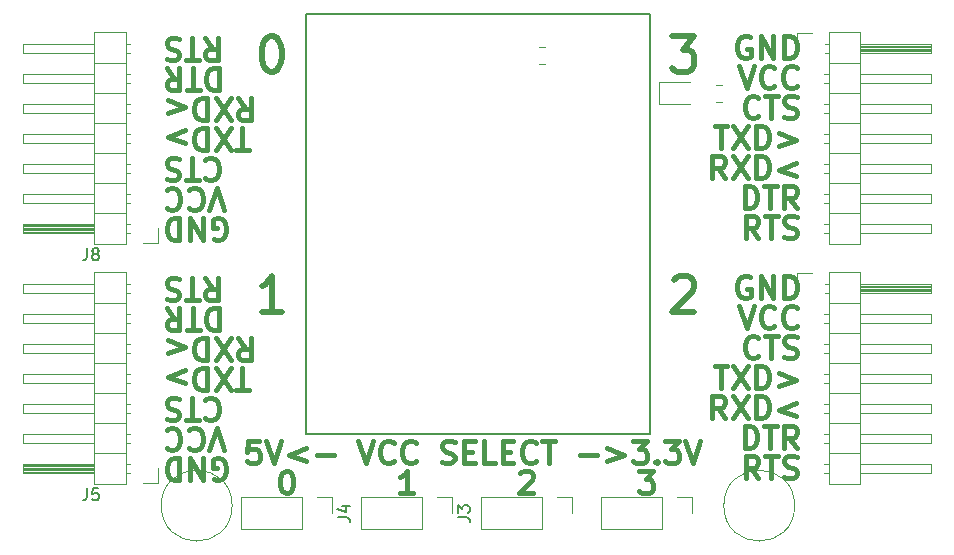
<source format=gbr>
G04 #@! TF.GenerationSoftware,KiCad,Pcbnew,5.1.12-84ad8e8a86~92~ubuntu20.04.1*
G04 #@! TF.CreationDate,2021-12-19T18:17:29-08:00*
G04 #@! TF.ProjectId,ft4232h-breakout,66743432-3332-4682-9d62-7265616b6f75,Jun2021b*
G04 #@! TF.SameCoordinates,Original*
G04 #@! TF.FileFunction,Legend,Top*
G04 #@! TF.FilePolarity,Positive*
%FSLAX46Y46*%
G04 Gerber Fmt 4.6, Leading zero omitted, Abs format (unit mm)*
G04 Created by KiCad (PCBNEW 5.1.12-84ad8e8a86~92~ubuntu20.04.1) date 2021-12-19 18:17:29*
%MOMM*%
%LPD*%
G01*
G04 APERTURE LIST*
%ADD10C,0.400000*%
%ADD11C,0.500000*%
%ADD12C,0.120000*%
%ADD13C,0.200000*%
%ADD14C,0.150000*%
G04 APERTURE END LIST*
D10*
X78080238Y-107090476D02*
X78080238Y-108990476D01*
X77627857Y-108990476D01*
X77356428Y-108900000D01*
X77175476Y-108719047D01*
X77085000Y-108538095D01*
X76994523Y-108176190D01*
X76994523Y-107904761D01*
X77085000Y-107542857D01*
X77175476Y-107361904D01*
X77356428Y-107180952D01*
X77627857Y-107090476D01*
X78080238Y-107090476D01*
X76451666Y-108990476D02*
X75365952Y-108990476D01*
X75908809Y-107090476D02*
X75908809Y-108990476D01*
X73646904Y-107090476D02*
X74280238Y-107995238D01*
X74732619Y-107090476D02*
X74732619Y-108990476D01*
X74008809Y-108990476D01*
X73827857Y-108900000D01*
X73737380Y-108809523D01*
X73646904Y-108628571D01*
X73646904Y-108357142D01*
X73737380Y-108176190D01*
X73827857Y-108085714D01*
X74008809Y-107995238D01*
X74732619Y-107995238D01*
X80613571Y-114070476D02*
X79527857Y-114070476D01*
X80070714Y-112170476D02*
X80070714Y-114070476D01*
X79075476Y-114070476D02*
X77808809Y-112170476D01*
X77808809Y-114070476D02*
X79075476Y-112170476D01*
X77085000Y-112170476D02*
X77085000Y-114070476D01*
X76632619Y-114070476D01*
X76361190Y-113980000D01*
X76180238Y-113799047D01*
X76089761Y-113618095D01*
X75999285Y-113256190D01*
X75999285Y-112984761D01*
X76089761Y-112622857D01*
X76180238Y-112441904D01*
X76361190Y-112260952D01*
X76632619Y-112170476D01*
X77085000Y-112170476D01*
X75185000Y-113437142D02*
X73737380Y-112894285D01*
X75185000Y-112351428D01*
X76904047Y-104550476D02*
X77537380Y-105455238D01*
X77989761Y-104550476D02*
X77989761Y-106450476D01*
X77265952Y-106450476D01*
X77085000Y-106360000D01*
X76994523Y-106269523D01*
X76904047Y-106088571D01*
X76904047Y-105817142D01*
X76994523Y-105636190D01*
X77085000Y-105545714D01*
X77265952Y-105455238D01*
X77989761Y-105455238D01*
X76361190Y-106450476D02*
X75275476Y-106450476D01*
X75818333Y-104550476D02*
X75818333Y-106450476D01*
X74732619Y-104640952D02*
X74461190Y-104550476D01*
X74008809Y-104550476D01*
X73827857Y-104640952D01*
X73737380Y-104731428D01*
X73646904Y-104912380D01*
X73646904Y-105093333D01*
X73737380Y-105274285D01*
X73827857Y-105364761D01*
X74008809Y-105455238D01*
X74370714Y-105545714D01*
X74551666Y-105636190D01*
X74642142Y-105726666D01*
X74732619Y-105907619D01*
X74732619Y-106088571D01*
X74642142Y-106269523D01*
X74551666Y-106360000D01*
X74370714Y-106450476D01*
X73918333Y-106450476D01*
X73646904Y-106360000D01*
X76904047Y-114891428D02*
X76994523Y-114800952D01*
X77265952Y-114710476D01*
X77446904Y-114710476D01*
X77718333Y-114800952D01*
X77899285Y-114981904D01*
X77989761Y-115162857D01*
X78080238Y-115524761D01*
X78080238Y-115796190D01*
X77989761Y-116158095D01*
X77899285Y-116339047D01*
X77718333Y-116520000D01*
X77446904Y-116610476D01*
X77265952Y-116610476D01*
X76994523Y-116520000D01*
X76904047Y-116429523D01*
X76361190Y-116610476D02*
X75275476Y-116610476D01*
X75818333Y-114710476D02*
X75818333Y-116610476D01*
X74732619Y-114800952D02*
X74461190Y-114710476D01*
X74008809Y-114710476D01*
X73827857Y-114800952D01*
X73737380Y-114891428D01*
X73646904Y-115072380D01*
X73646904Y-115253333D01*
X73737380Y-115434285D01*
X73827857Y-115524761D01*
X74008809Y-115615238D01*
X74370714Y-115705714D01*
X74551666Y-115796190D01*
X74642142Y-115886666D01*
X74732619Y-116067619D01*
X74732619Y-116248571D01*
X74642142Y-116429523D01*
X74551666Y-116520000D01*
X74370714Y-116610476D01*
X73918333Y-116610476D01*
X73646904Y-116520000D01*
X79708809Y-109630476D02*
X80342142Y-110535238D01*
X80794523Y-109630476D02*
X80794523Y-111530476D01*
X80070714Y-111530476D01*
X79889761Y-111440000D01*
X79799285Y-111349523D01*
X79708809Y-111168571D01*
X79708809Y-110897142D01*
X79799285Y-110716190D01*
X79889761Y-110625714D01*
X80070714Y-110535238D01*
X80794523Y-110535238D01*
X79075476Y-111530476D02*
X77808809Y-109630476D01*
X77808809Y-111530476D02*
X79075476Y-109630476D01*
X77085000Y-109630476D02*
X77085000Y-111530476D01*
X76632619Y-111530476D01*
X76361190Y-111440000D01*
X76180238Y-111259047D01*
X76089761Y-111078095D01*
X75999285Y-110716190D01*
X75999285Y-110444761D01*
X76089761Y-110082857D01*
X76180238Y-109901904D01*
X76361190Y-109720952D01*
X76632619Y-109630476D01*
X77085000Y-109630476D01*
X73737380Y-110897142D02*
X75185000Y-110354285D01*
X73737380Y-109811428D01*
X78532619Y-119150476D02*
X77899285Y-117250476D01*
X77265952Y-119150476D01*
X75546904Y-117431428D02*
X75637380Y-117340952D01*
X75908809Y-117250476D01*
X76089761Y-117250476D01*
X76361190Y-117340952D01*
X76542142Y-117521904D01*
X76632619Y-117702857D01*
X76723095Y-118064761D01*
X76723095Y-118336190D01*
X76632619Y-118698095D01*
X76542142Y-118879047D01*
X76361190Y-119060000D01*
X76089761Y-119150476D01*
X75908809Y-119150476D01*
X75637380Y-119060000D01*
X75546904Y-118969523D01*
X73646904Y-117431428D02*
X73737380Y-117340952D01*
X74008809Y-117250476D01*
X74189761Y-117250476D01*
X74461190Y-117340952D01*
X74642142Y-117521904D01*
X74732619Y-117702857D01*
X74823095Y-118064761D01*
X74823095Y-118336190D01*
X74732619Y-118698095D01*
X74642142Y-118879047D01*
X74461190Y-119060000D01*
X74189761Y-119150476D01*
X74008809Y-119150476D01*
X73737380Y-119060000D01*
X73646904Y-118969523D01*
X77627857Y-121600000D02*
X77808809Y-121690476D01*
X78080238Y-121690476D01*
X78351666Y-121600000D01*
X78532619Y-121419047D01*
X78623095Y-121238095D01*
X78713571Y-120876190D01*
X78713571Y-120604761D01*
X78623095Y-120242857D01*
X78532619Y-120061904D01*
X78351666Y-119880952D01*
X78080238Y-119790476D01*
X77899285Y-119790476D01*
X77627857Y-119880952D01*
X77537380Y-119971428D01*
X77537380Y-120604761D01*
X77899285Y-120604761D01*
X76723095Y-119790476D02*
X76723095Y-121690476D01*
X75637380Y-119790476D01*
X75637380Y-121690476D01*
X74732619Y-119790476D02*
X74732619Y-121690476D01*
X74280238Y-121690476D01*
X74008809Y-121600000D01*
X73827857Y-121419047D01*
X73737380Y-121238095D01*
X73646904Y-120876190D01*
X73646904Y-120604761D01*
X73737380Y-120242857D01*
X73827857Y-120061904D01*
X74008809Y-119880952D01*
X74280238Y-119790476D01*
X74732619Y-119790476D01*
X76904047Y-94571428D02*
X76994523Y-94480952D01*
X77265952Y-94390476D01*
X77446904Y-94390476D01*
X77718333Y-94480952D01*
X77899285Y-94661904D01*
X77989761Y-94842857D01*
X78080238Y-95204761D01*
X78080238Y-95476190D01*
X77989761Y-95838095D01*
X77899285Y-96019047D01*
X77718333Y-96200000D01*
X77446904Y-96290476D01*
X77265952Y-96290476D01*
X76994523Y-96200000D01*
X76904047Y-96109523D01*
X76361190Y-96290476D02*
X75275476Y-96290476D01*
X75818333Y-94390476D02*
X75818333Y-96290476D01*
X74732619Y-94480952D02*
X74461190Y-94390476D01*
X74008809Y-94390476D01*
X73827857Y-94480952D01*
X73737380Y-94571428D01*
X73646904Y-94752380D01*
X73646904Y-94933333D01*
X73737380Y-95114285D01*
X73827857Y-95204761D01*
X74008809Y-95295238D01*
X74370714Y-95385714D01*
X74551666Y-95476190D01*
X74642142Y-95566666D01*
X74732619Y-95747619D01*
X74732619Y-95928571D01*
X74642142Y-96109523D01*
X74551666Y-96200000D01*
X74370714Y-96290476D01*
X73918333Y-96290476D01*
X73646904Y-96200000D01*
X80613571Y-93750476D02*
X79527857Y-93750476D01*
X80070714Y-91850476D02*
X80070714Y-93750476D01*
X79075476Y-93750476D02*
X77808809Y-91850476D01*
X77808809Y-93750476D02*
X79075476Y-91850476D01*
X77085000Y-91850476D02*
X77085000Y-93750476D01*
X76632619Y-93750476D01*
X76361190Y-93660000D01*
X76180238Y-93479047D01*
X76089761Y-93298095D01*
X75999285Y-92936190D01*
X75999285Y-92664761D01*
X76089761Y-92302857D01*
X76180238Y-92121904D01*
X76361190Y-91940952D01*
X76632619Y-91850476D01*
X77085000Y-91850476D01*
X75185000Y-93117142D02*
X73737380Y-92574285D01*
X75185000Y-92031428D01*
X79708809Y-89310476D02*
X80342142Y-90215238D01*
X80794523Y-89310476D02*
X80794523Y-91210476D01*
X80070714Y-91210476D01*
X79889761Y-91120000D01*
X79799285Y-91029523D01*
X79708809Y-90848571D01*
X79708809Y-90577142D01*
X79799285Y-90396190D01*
X79889761Y-90305714D01*
X80070714Y-90215238D01*
X80794523Y-90215238D01*
X79075476Y-91210476D02*
X77808809Y-89310476D01*
X77808809Y-91210476D02*
X79075476Y-89310476D01*
X77085000Y-89310476D02*
X77085000Y-91210476D01*
X76632619Y-91210476D01*
X76361190Y-91120000D01*
X76180238Y-90939047D01*
X76089761Y-90758095D01*
X75999285Y-90396190D01*
X75999285Y-90124761D01*
X76089761Y-89762857D01*
X76180238Y-89581904D01*
X76361190Y-89400952D01*
X76632619Y-89310476D01*
X77085000Y-89310476D01*
X73737380Y-90577142D02*
X75185000Y-90034285D01*
X73737380Y-89491428D01*
X78080238Y-86770476D02*
X78080238Y-88670476D01*
X77627857Y-88670476D01*
X77356428Y-88580000D01*
X77175476Y-88399047D01*
X77085000Y-88218095D01*
X76994523Y-87856190D01*
X76994523Y-87584761D01*
X77085000Y-87222857D01*
X77175476Y-87041904D01*
X77356428Y-86860952D01*
X77627857Y-86770476D01*
X78080238Y-86770476D01*
X76451666Y-88670476D02*
X75365952Y-88670476D01*
X75908809Y-86770476D02*
X75908809Y-88670476D01*
X73646904Y-86770476D02*
X74280238Y-87675238D01*
X74732619Y-86770476D02*
X74732619Y-88670476D01*
X74008809Y-88670476D01*
X73827857Y-88580000D01*
X73737380Y-88489523D01*
X73646904Y-88308571D01*
X73646904Y-88037142D01*
X73737380Y-87856190D01*
X73827857Y-87765714D01*
X74008809Y-87675238D01*
X74732619Y-87675238D01*
X76904047Y-84230476D02*
X77537380Y-85135238D01*
X77989761Y-84230476D02*
X77989761Y-86130476D01*
X77265952Y-86130476D01*
X77085000Y-86040000D01*
X76994523Y-85949523D01*
X76904047Y-85768571D01*
X76904047Y-85497142D01*
X76994523Y-85316190D01*
X77085000Y-85225714D01*
X77265952Y-85135238D01*
X77989761Y-85135238D01*
X76361190Y-86130476D02*
X75275476Y-86130476D01*
X75818333Y-84230476D02*
X75818333Y-86130476D01*
X74732619Y-84320952D02*
X74461190Y-84230476D01*
X74008809Y-84230476D01*
X73827857Y-84320952D01*
X73737380Y-84411428D01*
X73646904Y-84592380D01*
X73646904Y-84773333D01*
X73737380Y-84954285D01*
X73827857Y-85044761D01*
X74008809Y-85135238D01*
X74370714Y-85225714D01*
X74551666Y-85316190D01*
X74642142Y-85406666D01*
X74732619Y-85587619D01*
X74732619Y-85768571D01*
X74642142Y-85949523D01*
X74551666Y-86040000D01*
X74370714Y-86130476D01*
X73918333Y-86130476D01*
X73646904Y-86040000D01*
X78532619Y-98830476D02*
X77899285Y-96930476D01*
X77265952Y-98830476D01*
X75546904Y-97111428D02*
X75637380Y-97020952D01*
X75908809Y-96930476D01*
X76089761Y-96930476D01*
X76361190Y-97020952D01*
X76542142Y-97201904D01*
X76632619Y-97382857D01*
X76723095Y-97744761D01*
X76723095Y-98016190D01*
X76632619Y-98378095D01*
X76542142Y-98559047D01*
X76361190Y-98740000D01*
X76089761Y-98830476D01*
X75908809Y-98830476D01*
X75637380Y-98740000D01*
X75546904Y-98649523D01*
X73646904Y-97111428D02*
X73737380Y-97020952D01*
X74008809Y-96930476D01*
X74189761Y-96930476D01*
X74461190Y-97020952D01*
X74642142Y-97201904D01*
X74732619Y-97382857D01*
X74823095Y-97744761D01*
X74823095Y-98016190D01*
X74732619Y-98378095D01*
X74642142Y-98559047D01*
X74461190Y-98740000D01*
X74189761Y-98830476D01*
X74008809Y-98830476D01*
X73737380Y-98740000D01*
X73646904Y-98649523D01*
X77627857Y-101280000D02*
X77808809Y-101370476D01*
X78080238Y-101370476D01*
X78351666Y-101280000D01*
X78532619Y-101099047D01*
X78623095Y-100918095D01*
X78713571Y-100556190D01*
X78713571Y-100284761D01*
X78623095Y-99922857D01*
X78532619Y-99741904D01*
X78351666Y-99560952D01*
X78080238Y-99470476D01*
X77899285Y-99470476D01*
X77627857Y-99560952D01*
X77537380Y-99651428D01*
X77537380Y-100284761D01*
X77899285Y-100284761D01*
X76723095Y-99470476D02*
X76723095Y-101370476D01*
X75637380Y-99470476D01*
X75637380Y-101370476D01*
X74732619Y-99470476D02*
X74732619Y-101370476D01*
X74280238Y-101370476D01*
X74008809Y-101280000D01*
X73827857Y-101099047D01*
X73737380Y-100918095D01*
X73646904Y-100556190D01*
X73646904Y-100284761D01*
X73737380Y-99922857D01*
X73827857Y-99741904D01*
X74008809Y-99560952D01*
X74280238Y-99470476D01*
X74732619Y-99470476D01*
X81472761Y-118339523D02*
X80568000Y-118339523D01*
X80477523Y-119244285D01*
X80568000Y-119153809D01*
X80748952Y-119063333D01*
X81201333Y-119063333D01*
X81382285Y-119153809D01*
X81472761Y-119244285D01*
X81563238Y-119425238D01*
X81563238Y-119877619D01*
X81472761Y-120058571D01*
X81382285Y-120149047D01*
X81201333Y-120239523D01*
X80748952Y-120239523D01*
X80568000Y-120149047D01*
X80477523Y-120058571D01*
X82106095Y-118339523D02*
X82739428Y-120239523D01*
X83372761Y-118339523D01*
X85453714Y-118972857D02*
X84006095Y-119515714D01*
X85453714Y-120058571D01*
X86358476Y-119515714D02*
X87806095Y-119515714D01*
X89887047Y-118339523D02*
X90520380Y-120239523D01*
X91153714Y-118339523D01*
X92872761Y-120058571D02*
X92782285Y-120149047D01*
X92510857Y-120239523D01*
X92329904Y-120239523D01*
X92058476Y-120149047D01*
X91877523Y-119968095D01*
X91787047Y-119787142D01*
X91696571Y-119425238D01*
X91696571Y-119153809D01*
X91787047Y-118791904D01*
X91877523Y-118610952D01*
X92058476Y-118430000D01*
X92329904Y-118339523D01*
X92510857Y-118339523D01*
X92782285Y-118430000D01*
X92872761Y-118520476D01*
X94772761Y-120058571D02*
X94682285Y-120149047D01*
X94410857Y-120239523D01*
X94229904Y-120239523D01*
X93958476Y-120149047D01*
X93777523Y-119968095D01*
X93687047Y-119787142D01*
X93596571Y-119425238D01*
X93596571Y-119153809D01*
X93687047Y-118791904D01*
X93777523Y-118610952D01*
X93958476Y-118430000D01*
X94229904Y-118339523D01*
X94410857Y-118339523D01*
X94682285Y-118430000D01*
X94772761Y-118520476D01*
X96944190Y-120149047D02*
X97215619Y-120239523D01*
X97668000Y-120239523D01*
X97848952Y-120149047D01*
X97939428Y-120058571D01*
X98029904Y-119877619D01*
X98029904Y-119696666D01*
X97939428Y-119515714D01*
X97848952Y-119425238D01*
X97668000Y-119334761D01*
X97306095Y-119244285D01*
X97125142Y-119153809D01*
X97034666Y-119063333D01*
X96944190Y-118882380D01*
X96944190Y-118701428D01*
X97034666Y-118520476D01*
X97125142Y-118430000D01*
X97306095Y-118339523D01*
X97758476Y-118339523D01*
X98029904Y-118430000D01*
X98844190Y-119244285D02*
X99477523Y-119244285D01*
X99748952Y-120239523D02*
X98844190Y-120239523D01*
X98844190Y-118339523D01*
X99748952Y-118339523D01*
X101468000Y-120239523D02*
X100563238Y-120239523D01*
X100563238Y-118339523D01*
X102101333Y-119244285D02*
X102734666Y-119244285D01*
X103006095Y-120239523D02*
X102101333Y-120239523D01*
X102101333Y-118339523D01*
X103006095Y-118339523D01*
X104906095Y-120058571D02*
X104815619Y-120149047D01*
X104544190Y-120239523D01*
X104363238Y-120239523D01*
X104091809Y-120149047D01*
X103910857Y-119968095D01*
X103820380Y-119787142D01*
X103729904Y-119425238D01*
X103729904Y-119153809D01*
X103820380Y-118791904D01*
X103910857Y-118610952D01*
X104091809Y-118430000D01*
X104363238Y-118339523D01*
X104544190Y-118339523D01*
X104815619Y-118430000D01*
X104906095Y-118520476D01*
X105448952Y-118339523D02*
X106534666Y-118339523D01*
X105991809Y-120239523D02*
X105991809Y-118339523D01*
X108615619Y-119515714D02*
X110063238Y-119515714D01*
X110968000Y-118972857D02*
X112415619Y-119515714D01*
X110968000Y-120058571D01*
X113139428Y-118339523D02*
X114315619Y-118339523D01*
X113682285Y-119063333D01*
X113953714Y-119063333D01*
X114134666Y-119153809D01*
X114225142Y-119244285D01*
X114315619Y-119425238D01*
X114315619Y-119877619D01*
X114225142Y-120058571D01*
X114134666Y-120149047D01*
X113953714Y-120239523D01*
X113410857Y-120239523D01*
X113229904Y-120149047D01*
X113139428Y-120058571D01*
X115129904Y-120058571D02*
X115220380Y-120149047D01*
X115129904Y-120239523D01*
X115039428Y-120149047D01*
X115129904Y-120058571D01*
X115129904Y-120239523D01*
X115853714Y-118339523D02*
X117029904Y-118339523D01*
X116396571Y-119063333D01*
X116668000Y-119063333D01*
X116848952Y-119153809D01*
X116939428Y-119244285D01*
X117029904Y-119425238D01*
X117029904Y-119877619D01*
X116939428Y-120058571D01*
X116848952Y-120149047D01*
X116668000Y-120239523D01*
X116125142Y-120239523D01*
X115944190Y-120149047D01*
X115853714Y-120058571D01*
X117572761Y-118339523D02*
X118206095Y-120239523D01*
X118839428Y-118339523D01*
D11*
X82407142Y-84082142D02*
X82692857Y-84082142D01*
X82978571Y-84225000D01*
X83121428Y-84367857D01*
X83264285Y-84653571D01*
X83407142Y-85225000D01*
X83407142Y-85939285D01*
X83264285Y-86510714D01*
X83121428Y-86796428D01*
X82978571Y-86939285D01*
X82692857Y-87082142D01*
X82407142Y-87082142D01*
X82121428Y-86939285D01*
X81978571Y-86796428D01*
X81835714Y-86510714D01*
X81692857Y-85939285D01*
X81692857Y-85225000D01*
X81835714Y-84653571D01*
X81978571Y-84367857D01*
X82121428Y-84225000D01*
X82407142Y-84082142D01*
X83407142Y-107402142D02*
X81692857Y-107402142D01*
X82550000Y-107402142D02*
X82550000Y-104402142D01*
X82264285Y-104830714D01*
X81978571Y-105116428D01*
X81692857Y-105259285D01*
X116617857Y-104687857D02*
X116760714Y-104545000D01*
X117046428Y-104402142D01*
X117760714Y-104402142D01*
X118046428Y-104545000D01*
X118189285Y-104687857D01*
X118332142Y-104973571D01*
X118332142Y-105259285D01*
X118189285Y-105687857D01*
X116475000Y-107402142D01*
X118332142Y-107402142D01*
X116475000Y-84082142D02*
X118332142Y-84082142D01*
X117332142Y-85225000D01*
X117760714Y-85225000D01*
X118046428Y-85367857D01*
X118189285Y-85510714D01*
X118332142Y-85796428D01*
X118332142Y-86510714D01*
X118189285Y-86796428D01*
X118046428Y-86939285D01*
X117760714Y-87082142D01*
X116903571Y-87082142D01*
X116617857Y-86939285D01*
X116475000Y-86796428D01*
D10*
X113666666Y-120879523D02*
X114842857Y-120879523D01*
X114209523Y-121603333D01*
X114480952Y-121603333D01*
X114661904Y-121693809D01*
X114752380Y-121784285D01*
X114842857Y-121965238D01*
X114842857Y-122417619D01*
X114752380Y-122598571D01*
X114661904Y-122689047D01*
X114480952Y-122779523D01*
X113938095Y-122779523D01*
X113757142Y-122689047D01*
X113666666Y-122598571D01*
X103597142Y-121060476D02*
X103687619Y-120970000D01*
X103868571Y-120879523D01*
X104320952Y-120879523D01*
X104501904Y-120970000D01*
X104592380Y-121060476D01*
X104682857Y-121241428D01*
X104682857Y-121422380D01*
X104592380Y-121693809D01*
X103506666Y-122779523D01*
X104682857Y-122779523D01*
X94522857Y-122779523D02*
X93437142Y-122779523D01*
X93980000Y-122779523D02*
X93980000Y-120879523D01*
X93799047Y-121150952D01*
X93618095Y-121331904D01*
X93437142Y-121422380D01*
X83729523Y-120879523D02*
X83910476Y-120879523D01*
X84091428Y-120970000D01*
X84181904Y-121060476D01*
X84272380Y-121241428D01*
X84362857Y-121603333D01*
X84362857Y-122055714D01*
X84272380Y-122417619D01*
X84181904Y-122598571D01*
X84091428Y-122689047D01*
X83910476Y-122779523D01*
X83729523Y-122779523D01*
X83548571Y-122689047D01*
X83458095Y-122598571D01*
X83367619Y-122417619D01*
X83277142Y-122055714D01*
X83277142Y-121603333D01*
X83367619Y-121241428D01*
X83458095Y-121060476D01*
X83548571Y-120970000D01*
X83729523Y-120879523D01*
X122127380Y-106909523D02*
X122760714Y-108809523D01*
X123394047Y-106909523D01*
X125113095Y-108628571D02*
X125022619Y-108719047D01*
X124751190Y-108809523D01*
X124570238Y-108809523D01*
X124298809Y-108719047D01*
X124117857Y-108538095D01*
X124027380Y-108357142D01*
X123936904Y-107995238D01*
X123936904Y-107723809D01*
X124027380Y-107361904D01*
X124117857Y-107180952D01*
X124298809Y-107000000D01*
X124570238Y-106909523D01*
X124751190Y-106909523D01*
X125022619Y-107000000D01*
X125113095Y-107090476D01*
X127013095Y-108628571D02*
X126922619Y-108719047D01*
X126651190Y-108809523D01*
X126470238Y-108809523D01*
X126198809Y-108719047D01*
X126017857Y-108538095D01*
X125927380Y-108357142D01*
X125836904Y-107995238D01*
X125836904Y-107723809D01*
X125927380Y-107361904D01*
X126017857Y-107180952D01*
X126198809Y-107000000D01*
X126470238Y-106909523D01*
X126651190Y-106909523D01*
X126922619Y-107000000D01*
X127013095Y-107090476D01*
X123755952Y-121509523D02*
X123122619Y-120604761D01*
X122670238Y-121509523D02*
X122670238Y-119609523D01*
X123394047Y-119609523D01*
X123575000Y-119700000D01*
X123665476Y-119790476D01*
X123755952Y-119971428D01*
X123755952Y-120242857D01*
X123665476Y-120423809D01*
X123575000Y-120514285D01*
X123394047Y-120604761D01*
X122670238Y-120604761D01*
X124298809Y-119609523D02*
X125384523Y-119609523D01*
X124841666Y-121509523D02*
X124841666Y-119609523D01*
X125927380Y-121419047D02*
X126198809Y-121509523D01*
X126651190Y-121509523D01*
X126832142Y-121419047D01*
X126922619Y-121328571D01*
X127013095Y-121147619D01*
X127013095Y-120966666D01*
X126922619Y-120785714D01*
X126832142Y-120695238D01*
X126651190Y-120604761D01*
X126289285Y-120514285D01*
X126108333Y-120423809D01*
X126017857Y-120333333D01*
X125927380Y-120152380D01*
X125927380Y-119971428D01*
X126017857Y-119790476D01*
X126108333Y-119700000D01*
X126289285Y-119609523D01*
X126741666Y-119609523D01*
X127013095Y-119700000D01*
X120951190Y-116429523D02*
X120317857Y-115524761D01*
X119865476Y-116429523D02*
X119865476Y-114529523D01*
X120589285Y-114529523D01*
X120770238Y-114620000D01*
X120860714Y-114710476D01*
X120951190Y-114891428D01*
X120951190Y-115162857D01*
X120860714Y-115343809D01*
X120770238Y-115434285D01*
X120589285Y-115524761D01*
X119865476Y-115524761D01*
X121584523Y-114529523D02*
X122851190Y-116429523D01*
X122851190Y-114529523D02*
X121584523Y-116429523D01*
X123575000Y-116429523D02*
X123575000Y-114529523D01*
X124027380Y-114529523D01*
X124298809Y-114620000D01*
X124479761Y-114800952D01*
X124570238Y-114981904D01*
X124660714Y-115343809D01*
X124660714Y-115615238D01*
X124570238Y-115977142D01*
X124479761Y-116158095D01*
X124298809Y-116339047D01*
X124027380Y-116429523D01*
X123575000Y-116429523D01*
X126922619Y-115162857D02*
X125475000Y-115705714D01*
X126922619Y-116248571D01*
X123755952Y-111168571D02*
X123665476Y-111259047D01*
X123394047Y-111349523D01*
X123213095Y-111349523D01*
X122941666Y-111259047D01*
X122760714Y-111078095D01*
X122670238Y-110897142D01*
X122579761Y-110535238D01*
X122579761Y-110263809D01*
X122670238Y-109901904D01*
X122760714Y-109720952D01*
X122941666Y-109540000D01*
X123213095Y-109449523D01*
X123394047Y-109449523D01*
X123665476Y-109540000D01*
X123755952Y-109630476D01*
X124298809Y-109449523D02*
X125384523Y-109449523D01*
X124841666Y-111349523D02*
X124841666Y-109449523D01*
X125927380Y-111259047D02*
X126198809Y-111349523D01*
X126651190Y-111349523D01*
X126832142Y-111259047D01*
X126922619Y-111168571D01*
X127013095Y-110987619D01*
X127013095Y-110806666D01*
X126922619Y-110625714D01*
X126832142Y-110535238D01*
X126651190Y-110444761D01*
X126289285Y-110354285D01*
X126108333Y-110263809D01*
X126017857Y-110173333D01*
X125927380Y-109992380D01*
X125927380Y-109811428D01*
X126017857Y-109630476D01*
X126108333Y-109540000D01*
X126289285Y-109449523D01*
X126741666Y-109449523D01*
X127013095Y-109540000D01*
X123032142Y-104460000D02*
X122851190Y-104369523D01*
X122579761Y-104369523D01*
X122308333Y-104460000D01*
X122127380Y-104640952D01*
X122036904Y-104821904D01*
X121946428Y-105183809D01*
X121946428Y-105455238D01*
X122036904Y-105817142D01*
X122127380Y-105998095D01*
X122308333Y-106179047D01*
X122579761Y-106269523D01*
X122760714Y-106269523D01*
X123032142Y-106179047D01*
X123122619Y-106088571D01*
X123122619Y-105455238D01*
X122760714Y-105455238D01*
X123936904Y-106269523D02*
X123936904Y-104369523D01*
X125022619Y-106269523D01*
X125022619Y-104369523D01*
X125927380Y-106269523D02*
X125927380Y-104369523D01*
X126379761Y-104369523D01*
X126651190Y-104460000D01*
X126832142Y-104640952D01*
X126922619Y-104821904D01*
X127013095Y-105183809D01*
X127013095Y-105455238D01*
X126922619Y-105817142D01*
X126832142Y-105998095D01*
X126651190Y-106179047D01*
X126379761Y-106269523D01*
X125927380Y-106269523D01*
X120046428Y-111989523D02*
X121132142Y-111989523D01*
X120589285Y-113889523D02*
X120589285Y-111989523D01*
X121584523Y-111989523D02*
X122851190Y-113889523D01*
X122851190Y-111989523D02*
X121584523Y-113889523D01*
X123575000Y-113889523D02*
X123575000Y-111989523D01*
X124027380Y-111989523D01*
X124298809Y-112080000D01*
X124479761Y-112260952D01*
X124570238Y-112441904D01*
X124660714Y-112803809D01*
X124660714Y-113075238D01*
X124570238Y-113437142D01*
X124479761Y-113618095D01*
X124298809Y-113799047D01*
X124027380Y-113889523D01*
X123575000Y-113889523D01*
X125475000Y-112622857D02*
X126922619Y-113165714D01*
X125475000Y-113708571D01*
X122579761Y-118969523D02*
X122579761Y-117069523D01*
X123032142Y-117069523D01*
X123303571Y-117160000D01*
X123484523Y-117340952D01*
X123575000Y-117521904D01*
X123665476Y-117883809D01*
X123665476Y-118155238D01*
X123575000Y-118517142D01*
X123484523Y-118698095D01*
X123303571Y-118879047D01*
X123032142Y-118969523D01*
X122579761Y-118969523D01*
X124208333Y-117069523D02*
X125294047Y-117069523D01*
X124751190Y-118969523D02*
X124751190Y-117069523D01*
X127013095Y-118969523D02*
X126379761Y-118064761D01*
X125927380Y-118969523D02*
X125927380Y-117069523D01*
X126651190Y-117069523D01*
X126832142Y-117160000D01*
X126922619Y-117250476D01*
X127013095Y-117431428D01*
X127013095Y-117702857D01*
X126922619Y-117883809D01*
X126832142Y-117974285D01*
X126651190Y-118064761D01*
X125927380Y-118064761D01*
X123032142Y-84140000D02*
X122851190Y-84049523D01*
X122579761Y-84049523D01*
X122308333Y-84140000D01*
X122127380Y-84320952D01*
X122036904Y-84501904D01*
X121946428Y-84863809D01*
X121946428Y-85135238D01*
X122036904Y-85497142D01*
X122127380Y-85678095D01*
X122308333Y-85859047D01*
X122579761Y-85949523D01*
X122760714Y-85949523D01*
X123032142Y-85859047D01*
X123122619Y-85768571D01*
X123122619Y-85135238D01*
X122760714Y-85135238D01*
X123936904Y-85949523D02*
X123936904Y-84049523D01*
X125022619Y-85949523D01*
X125022619Y-84049523D01*
X125927380Y-85949523D02*
X125927380Y-84049523D01*
X126379761Y-84049523D01*
X126651190Y-84140000D01*
X126832142Y-84320952D01*
X126922619Y-84501904D01*
X127013095Y-84863809D01*
X127013095Y-85135238D01*
X126922619Y-85497142D01*
X126832142Y-85678095D01*
X126651190Y-85859047D01*
X126379761Y-85949523D01*
X125927380Y-85949523D01*
X122127380Y-86589523D02*
X122760714Y-88489523D01*
X123394047Y-86589523D01*
X125113095Y-88308571D02*
X125022619Y-88399047D01*
X124751190Y-88489523D01*
X124570238Y-88489523D01*
X124298809Y-88399047D01*
X124117857Y-88218095D01*
X124027380Y-88037142D01*
X123936904Y-87675238D01*
X123936904Y-87403809D01*
X124027380Y-87041904D01*
X124117857Y-86860952D01*
X124298809Y-86680000D01*
X124570238Y-86589523D01*
X124751190Y-86589523D01*
X125022619Y-86680000D01*
X125113095Y-86770476D01*
X127013095Y-88308571D02*
X126922619Y-88399047D01*
X126651190Y-88489523D01*
X126470238Y-88489523D01*
X126198809Y-88399047D01*
X126017857Y-88218095D01*
X125927380Y-88037142D01*
X125836904Y-87675238D01*
X125836904Y-87403809D01*
X125927380Y-87041904D01*
X126017857Y-86860952D01*
X126198809Y-86680000D01*
X126470238Y-86589523D01*
X126651190Y-86589523D01*
X126922619Y-86680000D01*
X127013095Y-86770476D01*
X123755952Y-101189523D02*
X123122619Y-100284761D01*
X122670238Y-101189523D02*
X122670238Y-99289523D01*
X123394047Y-99289523D01*
X123575000Y-99380000D01*
X123665476Y-99470476D01*
X123755952Y-99651428D01*
X123755952Y-99922857D01*
X123665476Y-100103809D01*
X123575000Y-100194285D01*
X123394047Y-100284761D01*
X122670238Y-100284761D01*
X124298809Y-99289523D02*
X125384523Y-99289523D01*
X124841666Y-101189523D02*
X124841666Y-99289523D01*
X125927380Y-101099047D02*
X126198809Y-101189523D01*
X126651190Y-101189523D01*
X126832142Y-101099047D01*
X126922619Y-101008571D01*
X127013095Y-100827619D01*
X127013095Y-100646666D01*
X126922619Y-100465714D01*
X126832142Y-100375238D01*
X126651190Y-100284761D01*
X126289285Y-100194285D01*
X126108333Y-100103809D01*
X126017857Y-100013333D01*
X125927380Y-99832380D01*
X125927380Y-99651428D01*
X126017857Y-99470476D01*
X126108333Y-99380000D01*
X126289285Y-99289523D01*
X126741666Y-99289523D01*
X127013095Y-99380000D01*
X122579761Y-98649523D02*
X122579761Y-96749523D01*
X123032142Y-96749523D01*
X123303571Y-96840000D01*
X123484523Y-97020952D01*
X123575000Y-97201904D01*
X123665476Y-97563809D01*
X123665476Y-97835238D01*
X123575000Y-98197142D01*
X123484523Y-98378095D01*
X123303571Y-98559047D01*
X123032142Y-98649523D01*
X122579761Y-98649523D01*
X124208333Y-96749523D02*
X125294047Y-96749523D01*
X124751190Y-98649523D02*
X124751190Y-96749523D01*
X127013095Y-98649523D02*
X126379761Y-97744761D01*
X125927380Y-98649523D02*
X125927380Y-96749523D01*
X126651190Y-96749523D01*
X126832142Y-96840000D01*
X126922619Y-96930476D01*
X127013095Y-97111428D01*
X127013095Y-97382857D01*
X126922619Y-97563809D01*
X126832142Y-97654285D01*
X126651190Y-97744761D01*
X125927380Y-97744761D01*
X120951190Y-96109523D02*
X120317857Y-95204761D01*
X119865476Y-96109523D02*
X119865476Y-94209523D01*
X120589285Y-94209523D01*
X120770238Y-94300000D01*
X120860714Y-94390476D01*
X120951190Y-94571428D01*
X120951190Y-94842857D01*
X120860714Y-95023809D01*
X120770238Y-95114285D01*
X120589285Y-95204761D01*
X119865476Y-95204761D01*
X121584523Y-94209523D02*
X122851190Y-96109523D01*
X122851190Y-94209523D02*
X121584523Y-96109523D01*
X123575000Y-96109523D02*
X123575000Y-94209523D01*
X124027380Y-94209523D01*
X124298809Y-94300000D01*
X124479761Y-94480952D01*
X124570238Y-94661904D01*
X124660714Y-95023809D01*
X124660714Y-95295238D01*
X124570238Y-95657142D01*
X124479761Y-95838095D01*
X124298809Y-96019047D01*
X124027380Y-96109523D01*
X123575000Y-96109523D01*
X126922619Y-94842857D02*
X125475000Y-95385714D01*
X126922619Y-95928571D01*
X120046428Y-91669523D02*
X121132142Y-91669523D01*
X120589285Y-93569523D02*
X120589285Y-91669523D01*
X121584523Y-91669523D02*
X122851190Y-93569523D01*
X122851190Y-91669523D02*
X121584523Y-93569523D01*
X123575000Y-93569523D02*
X123575000Y-91669523D01*
X124027380Y-91669523D01*
X124298809Y-91760000D01*
X124479761Y-91940952D01*
X124570238Y-92121904D01*
X124660714Y-92483809D01*
X124660714Y-92755238D01*
X124570238Y-93117142D01*
X124479761Y-93298095D01*
X124298809Y-93479047D01*
X124027380Y-93569523D01*
X123575000Y-93569523D01*
X125475000Y-92302857D02*
X126922619Y-92845714D01*
X125475000Y-93388571D01*
X123755952Y-90848571D02*
X123665476Y-90939047D01*
X123394047Y-91029523D01*
X123213095Y-91029523D01*
X122941666Y-90939047D01*
X122760714Y-90758095D01*
X122670238Y-90577142D01*
X122579761Y-90215238D01*
X122579761Y-89943809D01*
X122670238Y-89581904D01*
X122760714Y-89400952D01*
X122941666Y-89220000D01*
X123213095Y-89129523D01*
X123394047Y-89129523D01*
X123665476Y-89220000D01*
X123755952Y-89310476D01*
X124298809Y-89129523D02*
X125384523Y-89129523D01*
X124841666Y-91029523D02*
X124841666Y-89129523D01*
X125927380Y-90939047D02*
X126198809Y-91029523D01*
X126651190Y-91029523D01*
X126832142Y-90939047D01*
X126922619Y-90848571D01*
X127013095Y-90667619D01*
X127013095Y-90486666D01*
X126922619Y-90305714D01*
X126832142Y-90215238D01*
X126651190Y-90124761D01*
X126289285Y-90034285D01*
X126108333Y-89943809D01*
X126017857Y-89853333D01*
X125927380Y-89672380D01*
X125927380Y-89491428D01*
X126017857Y-89310476D01*
X126108333Y-89220000D01*
X126289285Y-89129523D01*
X126741666Y-89129523D01*
X127013095Y-89220000D01*
D12*
X126825000Y-123825000D02*
G75*
G03*
X126825000Y-123825000I-3000000J0D01*
G01*
X79200000Y-123825000D02*
G75*
G03*
X79200000Y-123825000I-3000000J0D01*
G01*
G04 #@! TO.C,J8*
X70188000Y-101660000D02*
X70188000Y-83760000D01*
X70188000Y-83760000D02*
X67528000Y-83760000D01*
X67528000Y-83760000D02*
X67528000Y-101660000D01*
X67528000Y-101660000D02*
X70188000Y-101660000D01*
X67528000Y-100710000D02*
X61528000Y-100710000D01*
X61528000Y-100710000D02*
X61528000Y-99950000D01*
X61528000Y-99950000D02*
X67528000Y-99950000D01*
X67528000Y-100650000D02*
X61528000Y-100650000D01*
X67528000Y-100530000D02*
X61528000Y-100530000D01*
X67528000Y-100410000D02*
X61528000Y-100410000D01*
X67528000Y-100290000D02*
X61528000Y-100290000D01*
X67528000Y-100170000D02*
X61528000Y-100170000D01*
X67528000Y-100050000D02*
X61528000Y-100050000D01*
X70518000Y-100710000D02*
X70188000Y-100710000D01*
X70518000Y-99950000D02*
X70188000Y-99950000D01*
X70188000Y-99060000D02*
X67528000Y-99060000D01*
X67528000Y-98170000D02*
X61528000Y-98170000D01*
X61528000Y-98170000D02*
X61528000Y-97410000D01*
X61528000Y-97410000D02*
X67528000Y-97410000D01*
X70585071Y-98170000D02*
X70188000Y-98170000D01*
X70585071Y-97410000D02*
X70188000Y-97410000D01*
X70188000Y-96520000D02*
X67528000Y-96520000D01*
X67528000Y-95630000D02*
X61528000Y-95630000D01*
X61528000Y-95630000D02*
X61528000Y-94870000D01*
X61528000Y-94870000D02*
X67528000Y-94870000D01*
X70585071Y-95630000D02*
X70188000Y-95630000D01*
X70585071Y-94870000D02*
X70188000Y-94870000D01*
X70188000Y-93980000D02*
X67528000Y-93980000D01*
X67528000Y-93090000D02*
X61528000Y-93090000D01*
X61528000Y-93090000D02*
X61528000Y-92330000D01*
X61528000Y-92330000D02*
X67528000Y-92330000D01*
X70585071Y-93090000D02*
X70188000Y-93090000D01*
X70585071Y-92330000D02*
X70188000Y-92330000D01*
X70188000Y-91440000D02*
X67528000Y-91440000D01*
X67528000Y-90550000D02*
X61528000Y-90550000D01*
X61528000Y-90550000D02*
X61528000Y-89790000D01*
X61528000Y-89790000D02*
X67528000Y-89790000D01*
X70585071Y-90550000D02*
X70188000Y-90550000D01*
X70585071Y-89790000D02*
X70188000Y-89790000D01*
X70188000Y-88900000D02*
X67528000Y-88900000D01*
X67528000Y-88010000D02*
X61528000Y-88010000D01*
X61528000Y-88010000D02*
X61528000Y-87250000D01*
X61528000Y-87250000D02*
X67528000Y-87250000D01*
X70585071Y-88010000D02*
X70188000Y-88010000D01*
X70585071Y-87250000D02*
X70188000Y-87250000D01*
X70188000Y-86360000D02*
X67528000Y-86360000D01*
X67528000Y-85470000D02*
X61528000Y-85470000D01*
X61528000Y-85470000D02*
X61528000Y-84710000D01*
X61528000Y-84710000D02*
X67528000Y-84710000D01*
X70585071Y-85470000D02*
X70188000Y-85470000D01*
X70585071Y-84710000D02*
X70188000Y-84710000D01*
X72898000Y-100330000D02*
X72898000Y-101600000D01*
X72898000Y-101600000D02*
X71628000Y-101600000D01*
G04 #@! TO.C,J5*
X70188000Y-121980000D02*
X70188000Y-104080000D01*
X70188000Y-104080000D02*
X67528000Y-104080000D01*
X67528000Y-104080000D02*
X67528000Y-121980000D01*
X67528000Y-121980000D02*
X70188000Y-121980000D01*
X67528000Y-121030000D02*
X61528000Y-121030000D01*
X61528000Y-121030000D02*
X61528000Y-120270000D01*
X61528000Y-120270000D02*
X67528000Y-120270000D01*
X67528000Y-120970000D02*
X61528000Y-120970000D01*
X67528000Y-120850000D02*
X61528000Y-120850000D01*
X67528000Y-120730000D02*
X61528000Y-120730000D01*
X67528000Y-120610000D02*
X61528000Y-120610000D01*
X67528000Y-120490000D02*
X61528000Y-120490000D01*
X67528000Y-120370000D02*
X61528000Y-120370000D01*
X70518000Y-121030000D02*
X70188000Y-121030000D01*
X70518000Y-120270000D02*
X70188000Y-120270000D01*
X70188000Y-119380000D02*
X67528000Y-119380000D01*
X67528000Y-118490000D02*
X61528000Y-118490000D01*
X61528000Y-118490000D02*
X61528000Y-117730000D01*
X61528000Y-117730000D02*
X67528000Y-117730000D01*
X70585071Y-118490000D02*
X70188000Y-118490000D01*
X70585071Y-117730000D02*
X70188000Y-117730000D01*
X70188000Y-116840000D02*
X67528000Y-116840000D01*
X67528000Y-115950000D02*
X61528000Y-115950000D01*
X61528000Y-115950000D02*
X61528000Y-115190000D01*
X61528000Y-115190000D02*
X67528000Y-115190000D01*
X70585071Y-115950000D02*
X70188000Y-115950000D01*
X70585071Y-115190000D02*
X70188000Y-115190000D01*
X70188000Y-114300000D02*
X67528000Y-114300000D01*
X67528000Y-113410000D02*
X61528000Y-113410000D01*
X61528000Y-113410000D02*
X61528000Y-112650000D01*
X61528000Y-112650000D02*
X67528000Y-112650000D01*
X70585071Y-113410000D02*
X70188000Y-113410000D01*
X70585071Y-112650000D02*
X70188000Y-112650000D01*
X70188000Y-111760000D02*
X67528000Y-111760000D01*
X67528000Y-110870000D02*
X61528000Y-110870000D01*
X61528000Y-110870000D02*
X61528000Y-110110000D01*
X61528000Y-110110000D02*
X67528000Y-110110000D01*
X70585071Y-110870000D02*
X70188000Y-110870000D01*
X70585071Y-110110000D02*
X70188000Y-110110000D01*
X70188000Y-109220000D02*
X67528000Y-109220000D01*
X67528000Y-108330000D02*
X61528000Y-108330000D01*
X61528000Y-108330000D02*
X61528000Y-107570000D01*
X61528000Y-107570000D02*
X67528000Y-107570000D01*
X70585071Y-108330000D02*
X70188000Y-108330000D01*
X70585071Y-107570000D02*
X70188000Y-107570000D01*
X70188000Y-106680000D02*
X67528000Y-106680000D01*
X67528000Y-105790000D02*
X61528000Y-105790000D01*
X61528000Y-105790000D02*
X61528000Y-105030000D01*
X61528000Y-105030000D02*
X67528000Y-105030000D01*
X70585071Y-105790000D02*
X70188000Y-105790000D01*
X70585071Y-105030000D02*
X70188000Y-105030000D01*
X72898000Y-120650000D02*
X72898000Y-121920000D01*
X72898000Y-121920000D02*
X71628000Y-121920000D01*
G04 #@! TO.C,J4*
X87690000Y-123130000D02*
X87690000Y-124460000D01*
X86360000Y-123130000D02*
X87690000Y-123130000D01*
X85090000Y-123130000D02*
X85090000Y-125790000D01*
X85090000Y-125790000D02*
X79950000Y-125790000D01*
X85090000Y-123130000D02*
X79950000Y-123130000D01*
X79950000Y-123130000D02*
X79950000Y-125790000D01*
G04 #@! TO.C,J3*
X97850000Y-123130000D02*
X97850000Y-124460000D01*
X96520000Y-123130000D02*
X97850000Y-123130000D01*
X95250000Y-123130000D02*
X95250000Y-125790000D01*
X95250000Y-125790000D02*
X90110000Y-125790000D01*
X95250000Y-123130000D02*
X90110000Y-123130000D01*
X90110000Y-123130000D02*
X90110000Y-125790000D01*
G04 #@! TO.C,R2*
X120654578Y-88190000D02*
X120137422Y-88190000D01*
X120654578Y-89610000D02*
X120137422Y-89610000D01*
G04 #@! TO.C,D1*
X115315000Y-89860000D02*
X118000000Y-89860000D01*
X115315000Y-87940000D02*
X115315000Y-89860000D01*
X118000000Y-87940000D02*
X115315000Y-87940000D01*
D13*
G04 #@! TO.C,X1*
X85425000Y-117790000D02*
X85425000Y-82210000D01*
X114575000Y-117790000D02*
X114575000Y-82210000D01*
X114575000Y-117790000D02*
X85425000Y-117790000D01*
X114575000Y-82210000D02*
X85425000Y-82210000D01*
D12*
G04 #@! TO.C,J7*
X129710000Y-104080000D02*
X129710000Y-121980000D01*
X129710000Y-121980000D02*
X132370000Y-121980000D01*
X132370000Y-121980000D02*
X132370000Y-104080000D01*
X132370000Y-104080000D02*
X129710000Y-104080000D01*
X132370000Y-105030000D02*
X138370000Y-105030000D01*
X138370000Y-105030000D02*
X138370000Y-105790000D01*
X138370000Y-105790000D02*
X132370000Y-105790000D01*
X132370000Y-105090000D02*
X138370000Y-105090000D01*
X132370000Y-105210000D02*
X138370000Y-105210000D01*
X132370000Y-105330000D02*
X138370000Y-105330000D01*
X132370000Y-105450000D02*
X138370000Y-105450000D01*
X132370000Y-105570000D02*
X138370000Y-105570000D01*
X132370000Y-105690000D02*
X138370000Y-105690000D01*
X129380000Y-105030000D02*
X129710000Y-105030000D01*
X129380000Y-105790000D02*
X129710000Y-105790000D01*
X129710000Y-106680000D02*
X132370000Y-106680000D01*
X132370000Y-107570000D02*
X138370000Y-107570000D01*
X138370000Y-107570000D02*
X138370000Y-108330000D01*
X138370000Y-108330000D02*
X132370000Y-108330000D01*
X129312929Y-107570000D02*
X129710000Y-107570000D01*
X129312929Y-108330000D02*
X129710000Y-108330000D01*
X129710000Y-109220000D02*
X132370000Y-109220000D01*
X132370000Y-110110000D02*
X138370000Y-110110000D01*
X138370000Y-110110000D02*
X138370000Y-110870000D01*
X138370000Y-110870000D02*
X132370000Y-110870000D01*
X129312929Y-110110000D02*
X129710000Y-110110000D01*
X129312929Y-110870000D02*
X129710000Y-110870000D01*
X129710000Y-111760000D02*
X132370000Y-111760000D01*
X132370000Y-112650000D02*
X138370000Y-112650000D01*
X138370000Y-112650000D02*
X138370000Y-113410000D01*
X138370000Y-113410000D02*
X132370000Y-113410000D01*
X129312929Y-112650000D02*
X129710000Y-112650000D01*
X129312929Y-113410000D02*
X129710000Y-113410000D01*
X129710000Y-114300000D02*
X132370000Y-114300000D01*
X132370000Y-115190000D02*
X138370000Y-115190000D01*
X138370000Y-115190000D02*
X138370000Y-115950000D01*
X138370000Y-115950000D02*
X132370000Y-115950000D01*
X129312929Y-115190000D02*
X129710000Y-115190000D01*
X129312929Y-115950000D02*
X129710000Y-115950000D01*
X129710000Y-116840000D02*
X132370000Y-116840000D01*
X132370000Y-117730000D02*
X138370000Y-117730000D01*
X138370000Y-117730000D02*
X138370000Y-118490000D01*
X138370000Y-118490000D02*
X132370000Y-118490000D01*
X129312929Y-117730000D02*
X129710000Y-117730000D01*
X129312929Y-118490000D02*
X129710000Y-118490000D01*
X129710000Y-119380000D02*
X132370000Y-119380000D01*
X132370000Y-120270000D02*
X138370000Y-120270000D01*
X138370000Y-120270000D02*
X138370000Y-121030000D01*
X138370000Y-121030000D02*
X132370000Y-121030000D01*
X129312929Y-120270000D02*
X129710000Y-120270000D01*
X129312929Y-121030000D02*
X129710000Y-121030000D01*
X127000000Y-105410000D02*
X127000000Y-104140000D01*
X127000000Y-104140000D02*
X128270000Y-104140000D01*
G04 #@! TO.C,J6*
X129710000Y-83760000D02*
X129710000Y-101660000D01*
X129710000Y-101660000D02*
X132370000Y-101660000D01*
X132370000Y-101660000D02*
X132370000Y-83760000D01*
X132370000Y-83760000D02*
X129710000Y-83760000D01*
X132370000Y-84710000D02*
X138370000Y-84710000D01*
X138370000Y-84710000D02*
X138370000Y-85470000D01*
X138370000Y-85470000D02*
X132370000Y-85470000D01*
X132370000Y-84770000D02*
X138370000Y-84770000D01*
X132370000Y-84890000D02*
X138370000Y-84890000D01*
X132370000Y-85010000D02*
X138370000Y-85010000D01*
X132370000Y-85130000D02*
X138370000Y-85130000D01*
X132370000Y-85250000D02*
X138370000Y-85250000D01*
X132370000Y-85370000D02*
X138370000Y-85370000D01*
X129380000Y-84710000D02*
X129710000Y-84710000D01*
X129380000Y-85470000D02*
X129710000Y-85470000D01*
X129710000Y-86360000D02*
X132370000Y-86360000D01*
X132370000Y-87250000D02*
X138370000Y-87250000D01*
X138370000Y-87250000D02*
X138370000Y-88010000D01*
X138370000Y-88010000D02*
X132370000Y-88010000D01*
X129312929Y-87250000D02*
X129710000Y-87250000D01*
X129312929Y-88010000D02*
X129710000Y-88010000D01*
X129710000Y-88900000D02*
X132370000Y-88900000D01*
X132370000Y-89790000D02*
X138370000Y-89790000D01*
X138370000Y-89790000D02*
X138370000Y-90550000D01*
X138370000Y-90550000D02*
X132370000Y-90550000D01*
X129312929Y-89790000D02*
X129710000Y-89790000D01*
X129312929Y-90550000D02*
X129710000Y-90550000D01*
X129710000Y-91440000D02*
X132370000Y-91440000D01*
X132370000Y-92330000D02*
X138370000Y-92330000D01*
X138370000Y-92330000D02*
X138370000Y-93090000D01*
X138370000Y-93090000D02*
X132370000Y-93090000D01*
X129312929Y-92330000D02*
X129710000Y-92330000D01*
X129312929Y-93090000D02*
X129710000Y-93090000D01*
X129710000Y-93980000D02*
X132370000Y-93980000D01*
X132370000Y-94870000D02*
X138370000Y-94870000D01*
X138370000Y-94870000D02*
X138370000Y-95630000D01*
X138370000Y-95630000D02*
X132370000Y-95630000D01*
X129312929Y-94870000D02*
X129710000Y-94870000D01*
X129312929Y-95630000D02*
X129710000Y-95630000D01*
X129710000Y-96520000D02*
X132370000Y-96520000D01*
X132370000Y-97410000D02*
X138370000Y-97410000D01*
X138370000Y-97410000D02*
X138370000Y-98170000D01*
X138370000Y-98170000D02*
X132370000Y-98170000D01*
X129312929Y-97410000D02*
X129710000Y-97410000D01*
X129312929Y-98170000D02*
X129710000Y-98170000D01*
X129710000Y-99060000D02*
X132370000Y-99060000D01*
X132370000Y-99950000D02*
X138370000Y-99950000D01*
X138370000Y-99950000D02*
X138370000Y-100710000D01*
X138370000Y-100710000D02*
X132370000Y-100710000D01*
X129312929Y-99950000D02*
X129710000Y-99950000D01*
X129312929Y-100710000D02*
X129710000Y-100710000D01*
X127000000Y-85090000D02*
X127000000Y-83820000D01*
X127000000Y-83820000D02*
X128270000Y-83820000D01*
G04 #@! TO.C,J2*
X108010000Y-123130000D02*
X108010000Y-124460000D01*
X106680000Y-123130000D02*
X108010000Y-123130000D01*
X105410000Y-123130000D02*
X105410000Y-125790000D01*
X105410000Y-125790000D02*
X100270000Y-125790000D01*
X105410000Y-123130000D02*
X100270000Y-123130000D01*
X100270000Y-123130000D02*
X100270000Y-125790000D01*
G04 #@! TO.C,J1*
X118170000Y-123130000D02*
X118170000Y-124460000D01*
X116840000Y-123130000D02*
X118170000Y-123130000D01*
X115570000Y-123130000D02*
X115570000Y-125790000D01*
X115570000Y-125790000D02*
X110430000Y-125790000D01*
X115570000Y-123130000D02*
X110430000Y-123130000D01*
X110430000Y-123130000D02*
X110430000Y-125790000D01*
G04 #@! TO.C,C1*
X105151422Y-86435000D02*
X105668578Y-86435000D01*
X105151422Y-85015000D02*
X105668578Y-85015000D01*
G04 #@! TO.C,J8*
D14*
X66909666Y-102052380D02*
X66909666Y-102766666D01*
X66862047Y-102909523D01*
X66766809Y-103004761D01*
X66623952Y-103052380D01*
X66528714Y-103052380D01*
X67528714Y-102480952D02*
X67433476Y-102433333D01*
X67385857Y-102385714D01*
X67338238Y-102290476D01*
X67338238Y-102242857D01*
X67385857Y-102147619D01*
X67433476Y-102100000D01*
X67528714Y-102052380D01*
X67719190Y-102052380D01*
X67814428Y-102100000D01*
X67862047Y-102147619D01*
X67909666Y-102242857D01*
X67909666Y-102290476D01*
X67862047Y-102385714D01*
X67814428Y-102433333D01*
X67719190Y-102480952D01*
X67528714Y-102480952D01*
X67433476Y-102528571D01*
X67385857Y-102576190D01*
X67338238Y-102671428D01*
X67338238Y-102861904D01*
X67385857Y-102957142D01*
X67433476Y-103004761D01*
X67528714Y-103052380D01*
X67719190Y-103052380D01*
X67814428Y-103004761D01*
X67862047Y-102957142D01*
X67909666Y-102861904D01*
X67909666Y-102671428D01*
X67862047Y-102576190D01*
X67814428Y-102528571D01*
X67719190Y-102480952D01*
G04 #@! TO.C,J5*
X66909666Y-122372380D02*
X66909666Y-123086666D01*
X66862047Y-123229523D01*
X66766809Y-123324761D01*
X66623952Y-123372380D01*
X66528714Y-123372380D01*
X67862047Y-122372380D02*
X67385857Y-122372380D01*
X67338238Y-122848571D01*
X67385857Y-122800952D01*
X67481095Y-122753333D01*
X67719190Y-122753333D01*
X67814428Y-122800952D01*
X67862047Y-122848571D01*
X67909666Y-122943809D01*
X67909666Y-123181904D01*
X67862047Y-123277142D01*
X67814428Y-123324761D01*
X67719190Y-123372380D01*
X67481095Y-123372380D01*
X67385857Y-123324761D01*
X67338238Y-123277142D01*
G04 #@! TO.C,J4*
X88142380Y-124793333D02*
X88856666Y-124793333D01*
X88999523Y-124840952D01*
X89094761Y-124936190D01*
X89142380Y-125079047D01*
X89142380Y-125174285D01*
X88475714Y-123888571D02*
X89142380Y-123888571D01*
X88094761Y-124126666D02*
X88809047Y-124364761D01*
X88809047Y-123745714D01*
G04 #@! TO.C,J3*
X98302380Y-124793333D02*
X99016666Y-124793333D01*
X99159523Y-124840952D01*
X99254761Y-124936190D01*
X99302380Y-125079047D01*
X99302380Y-125174285D01*
X98302380Y-124412380D02*
X98302380Y-123793333D01*
X98683333Y-124126666D01*
X98683333Y-123983809D01*
X98730952Y-123888571D01*
X98778571Y-123840952D01*
X98873809Y-123793333D01*
X99111904Y-123793333D01*
X99207142Y-123840952D01*
X99254761Y-123888571D01*
X99302380Y-123983809D01*
X99302380Y-124269523D01*
X99254761Y-124364761D01*
X99207142Y-124412380D01*
G04 #@! TD*
M02*

</source>
